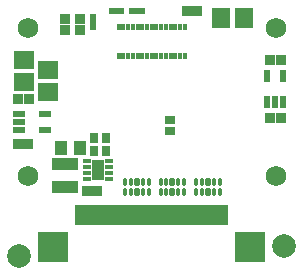
<source format=gts>
G04*
G04 #@! TF.GenerationSoftware,Altium Limited,Altium Designer,20.0.13 (296)*
G04*
G04 Layer_Color=8388736*
%FSLAX44Y44*%
%MOMM*%
G71*
G01*
G75*
%ADD34R,0.5000X1.0000*%
%ADD35R,0.6400X0.4200*%
%ADD36R,1.0400X1.7400*%
%ADD37R,1.0000X0.5000*%
%ADD38R,0.7532X0.8532*%
%ADD39R,0.8532X0.7532*%
%ADD40R,2.2032X1.0032*%
%ADD41R,0.3200X0.6000*%
%ADD42R,2.6032X2.6032*%
%ADD43R,0.5032X1.8032*%
%ADD44R,2.6032X2.6032*%
%ADD45C,2.0000*%
%ADD46R,1.5032X1.7032*%
%ADD47R,1.7032X1.5032*%
G04:AMPARAMS|DCode=48|XSize=0.34mm|YSize=0.705mm|CornerRadius=0.12mm|HoleSize=0mm|Usage=FLASHONLY|Rotation=180.000|XOffset=0mm|YOffset=0mm|HoleType=Round|Shape=RoundedRectangle|*
%AMROUNDEDRECTD48*
21,1,0.3400,0.4650,0,0,180.0*
21,1,0.1000,0.7050,0,0,180.0*
1,1,0.2400,-0.0500,0.2325*
1,1,0.2400,0.0500,0.2325*
1,1,0.2400,0.0500,-0.2325*
1,1,0.2400,-0.0500,-0.2325*
%
%ADD48ROUNDEDRECTD48*%
G04:AMPARAMS|DCode=49|XSize=0.54mm|YSize=0.705mm|CornerRadius=0.12mm|HoleSize=0mm|Usage=FLASHONLY|Rotation=180.000|XOffset=0mm|YOffset=0mm|HoleType=Round|Shape=RoundedRectangle|*
%AMROUNDEDRECTD49*
21,1,0.5400,0.4650,0,0,180.0*
21,1,0.3000,0.7050,0,0,180.0*
1,1,0.2400,-0.1500,0.2325*
1,1,0.2400,0.1500,0.2325*
1,1,0.2400,0.1500,-0.2325*
1,1,0.2400,-0.1500,-0.2325*
%
%ADD49ROUNDEDRECTD49*%
%ADD50R,0.8232X0.8232*%
%ADD51R,1.1032X1.2032*%
%ADD52R,0.6632X0.6232*%
%ADD53R,0.8232X0.8232*%
%ADD54R,0.6232X0.6632*%
%ADD55C,1.7272*%
%ADD56C,0.6096*%
D34*
X110875Y58250D02*
D03*
Y36250D02*
D03*
X97875Y58250D02*
D03*
Y36250D02*
D03*
X104375D02*
D03*
D35*
X-55000Y-13700D02*
D03*
Y-18700D02*
D03*
Y-23700D02*
D03*
Y-28700D02*
D03*
X-36000Y-13700D02*
D03*
Y-18700D02*
D03*
Y-23700D02*
D03*
Y-28700D02*
D03*
D36*
X-45500Y-21200D02*
D03*
D37*
X-112300Y19600D02*
D03*
Y26100D02*
D03*
X-90300D02*
D03*
X-112300Y13100D02*
D03*
X-90300D02*
D03*
D38*
X-38768Y5875D02*
D03*
X-48768D02*
D03*
X-48461Y-4665D02*
D03*
X-38461D02*
D03*
D39*
X15500Y11625D02*
D03*
Y21625D02*
D03*
D40*
X-73100Y-15500D02*
D03*
Y-35500D02*
D03*
D41*
X8000Y99700D02*
D03*
X12000D02*
D03*
X28000Y75700D02*
D03*
X24000D02*
D03*
X20000D02*
D03*
X16000D02*
D03*
X12000D02*
D03*
X8000D02*
D03*
X4000D02*
D03*
X0D02*
D03*
X-4000D02*
D03*
X-8000D02*
D03*
X-12000D02*
D03*
X-16000D02*
D03*
X-20000D02*
D03*
X-24000D02*
D03*
X-28000D02*
D03*
Y99700D02*
D03*
X-24000D02*
D03*
X-20000D02*
D03*
X-16000D02*
D03*
X-12000D02*
D03*
X-8000D02*
D03*
X-4000D02*
D03*
X0D02*
D03*
X4000D02*
D03*
X16000D02*
D03*
X20000D02*
D03*
X24000D02*
D03*
X28000D02*
D03*
D42*
X83500Y-86010D02*
D03*
D43*
X57500Y-59510D02*
D03*
X62500D02*
D03*
X37500D02*
D03*
X42500D02*
D03*
X47500D02*
D03*
X52500D02*
D03*
X-2500D02*
D03*
X-62500D02*
D03*
X-57500D02*
D03*
X-52500D02*
D03*
X-47500D02*
D03*
X-42500D02*
D03*
X-37500D02*
D03*
X-32500D02*
D03*
X-27500D02*
D03*
X-22500D02*
D03*
X-17500D02*
D03*
X-12500D02*
D03*
X-7500D02*
D03*
X2500D02*
D03*
X7500D02*
D03*
X12500D02*
D03*
X17500D02*
D03*
X22500D02*
D03*
X27500D02*
D03*
X32500D02*
D03*
D44*
X-83500Y-86010D02*
D03*
D45*
X112300Y-85100D02*
D03*
X-112300Y-93500D02*
D03*
D46*
X77815Y107738D02*
D03*
X58815D02*
D03*
D47*
X-108300Y53300D02*
D03*
Y72300D02*
D03*
X-87700Y44800D02*
D03*
Y63800D02*
D03*
D48*
X-2500Y-39650D02*
D03*
X-7500D02*
D03*
X-17500D02*
D03*
X-22500D02*
D03*
Y-31300D02*
D03*
X-17500D02*
D03*
X-7500D02*
D03*
X-2500D02*
D03*
X27500Y-39650D02*
D03*
X22500D02*
D03*
X12500D02*
D03*
X7500D02*
D03*
Y-31300D02*
D03*
X12500D02*
D03*
X22500D02*
D03*
X27500D02*
D03*
X57500Y-39650D02*
D03*
X52500D02*
D03*
X42500D02*
D03*
X37500D02*
D03*
Y-31300D02*
D03*
X42500D02*
D03*
X52500D02*
D03*
X57500D02*
D03*
D49*
X-12500Y-39650D02*
D03*
Y-31300D02*
D03*
X17500Y-39650D02*
D03*
Y-31300D02*
D03*
X47500Y-39650D02*
D03*
Y-31300D02*
D03*
D50*
X109375Y71904D02*
D03*
X100375D02*
D03*
X109125Y22875D02*
D03*
X100125D02*
D03*
X-46000Y-38625D02*
D03*
X-55000D02*
D03*
X-113200Y39100D02*
D03*
X-104200D02*
D03*
X-104375Y1125D02*
D03*
X-113375D02*
D03*
X38750Y113750D02*
D03*
X29750D02*
D03*
D51*
X-60400Y-2000D02*
D03*
X-76400D02*
D03*
D52*
X-15675Y113341D02*
D03*
X-9075D02*
D03*
X-33100Y113375D02*
D03*
X-26500D02*
D03*
D53*
X-73700Y97600D02*
D03*
Y106600D02*
D03*
X-61100Y106700D02*
D03*
Y97700D02*
D03*
D54*
X-49601Y107662D02*
D03*
Y101062D02*
D03*
D55*
X105000Y-25690D02*
D03*
X-105000D02*
D03*
X105000Y99310D02*
D03*
X-105000D02*
D03*
D56*
X-45500Y-26200D02*
D03*
Y-16200D02*
D03*
M02*

</source>
